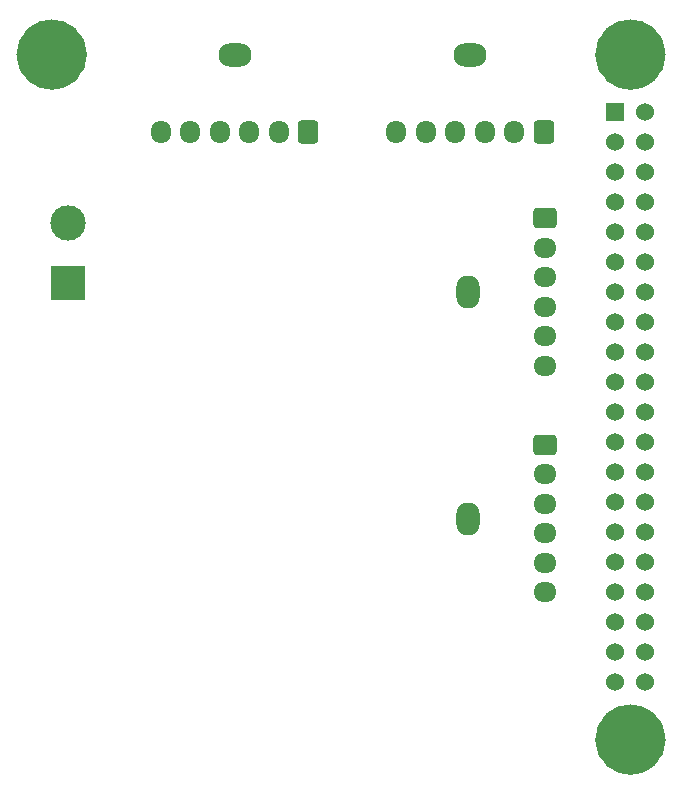
<source format=gbr>
%TF.GenerationSoftware,KiCad,Pcbnew,(6.0.9)*%
%TF.CreationDate,2023-02-22T10:58:03-06:00*%
%TF.ProjectId,shooting,73686f6f-7469-46e6-972e-6b696361645f,rev?*%
%TF.SameCoordinates,Original*%
%TF.FileFunction,Soldermask,Bot*%
%TF.FilePolarity,Negative*%
%FSLAX46Y46*%
G04 Gerber Fmt 4.6, Leading zero omitted, Abs format (unit mm)*
G04 Created by KiCad (PCBNEW (6.0.9)) date 2023-02-22 10:58:03*
%MOMM*%
%LPD*%
G01*
G04 APERTURE LIST*
G04 Aperture macros list*
%AMRoundRect*
0 Rectangle with rounded corners*
0 $1 Rounding radius*
0 $2 $3 $4 $5 $6 $7 $8 $9 X,Y pos of 4 corners*
0 Add a 4 corners polygon primitive as box body*
4,1,4,$2,$3,$4,$5,$6,$7,$8,$9,$2,$3,0*
0 Add four circle primitives for the rounded corners*
1,1,$1+$1,$2,$3*
1,1,$1+$1,$4,$5*
1,1,$1+$1,$6,$7*
1,1,$1+$1,$8,$9*
0 Add four rect primitives between the rounded corners*
20,1,$1+$1,$2,$3,$4,$5,0*
20,1,$1+$1,$4,$5,$6,$7,0*
20,1,$1+$1,$6,$7,$8,$9,0*
20,1,$1+$1,$8,$9,$2,$3,0*%
G04 Aperture macros list end*
%ADD10C,3.000000*%
%ADD11O,2.800000X2.000000*%
%ADD12RoundRect,0.250000X0.600000X0.725000X-0.600000X0.725000X-0.600000X-0.725000X0.600000X-0.725000X0*%
%ADD13O,1.700000X1.950000*%
%ADD14C,2.750000*%
%ADD15R,1.530000X1.530000*%
%ADD16C,1.530000*%
%ADD17O,2.000000X2.800000*%
%ADD18RoundRect,0.250000X-0.725000X0.600000X-0.725000X-0.600000X0.725000X-0.600000X0.725000X0.600000X0*%
%ADD19O,1.950000X1.700000*%
%ADD20R,3.000000X3.000000*%
%ADD21C,3.000000*%
G04 APERTURE END LIST*
D10*
%TO.C,U1*%
X143983000Y-123521000D02*
G75*
G03*
X143983000Y-123521000I-1500000J0D01*
G01*
X143983000Y-65521000D02*
G75*
G03*
X143983000Y-65521000I-1500000J0D01*
G01*
X94983000Y-65521000D02*
G75*
G03*
X94983000Y-65521000I-1500000J0D01*
G01*
%TD*%
D11*
%TO.C,J6*%
X128905000Y-65530000D03*
D12*
X135155000Y-72030000D03*
D13*
X132655000Y-72030000D03*
X130155000Y-72030000D03*
X127655000Y-72030000D03*
X125155000Y-72030000D03*
X122655000Y-72030000D03*
%TD*%
D11*
%TO.C,J3*%
X108966000Y-65530000D03*
D12*
X115216000Y-72030000D03*
D13*
X112716000Y-72030000D03*
X110216000Y-72030000D03*
X107716000Y-72030000D03*
X105216000Y-72030000D03*
X102716000Y-72030000D03*
%TD*%
D14*
%TO.C,U1*%
X142483000Y-65521000D03*
X93483000Y-65521000D03*
X142483000Y-123521000D03*
D15*
X141213000Y-70391000D03*
D16*
X143753000Y-70391000D03*
X141213000Y-72931000D03*
X143753000Y-72931000D03*
X141213000Y-75471000D03*
X143753000Y-75471000D03*
X141213000Y-78011000D03*
X143753000Y-78011000D03*
X141213000Y-80551000D03*
X143753000Y-80551000D03*
X141213000Y-83091000D03*
X143753000Y-83091000D03*
X141213000Y-85631000D03*
X143753000Y-85631000D03*
X141213000Y-88171000D03*
X143753000Y-88171000D03*
X141213000Y-90711000D03*
X143753000Y-90711000D03*
X141213000Y-93251000D03*
X143753000Y-93251000D03*
X141213000Y-95791000D03*
X143753000Y-95791000D03*
X141213000Y-98331000D03*
X143753000Y-98331000D03*
X141213000Y-100871000D03*
X143753000Y-100871000D03*
X141213000Y-103411000D03*
X143753000Y-103411000D03*
X141213000Y-105951000D03*
X143753000Y-105951000D03*
X141213000Y-108491000D03*
X143753000Y-108491000D03*
X141213000Y-111031000D03*
X143753000Y-111031000D03*
X141213000Y-113571000D03*
X143753000Y-113571000D03*
X141213000Y-116111000D03*
X143753000Y-116111000D03*
X141213000Y-118651000D03*
X143753000Y-118651000D03*
%TD*%
D17*
%TO.C,J5*%
X128755000Y-104802000D03*
D18*
X135255000Y-98552000D03*
D19*
X135255000Y-101052000D03*
X135255000Y-103552000D03*
X135255000Y-106052000D03*
X135255000Y-108552000D03*
X135255000Y-111052000D03*
%TD*%
D20*
%TO.C,J2*%
X94869000Y-84836000D03*
D21*
X94869000Y-79756000D03*
%TD*%
D17*
%TO.C,J4*%
X128755000Y-85625000D03*
D18*
X135255000Y-79375000D03*
D19*
X135255000Y-81875000D03*
X135255000Y-84375000D03*
X135255000Y-86875000D03*
X135255000Y-89375000D03*
X135255000Y-91875000D03*
%TD*%
M02*

</source>
